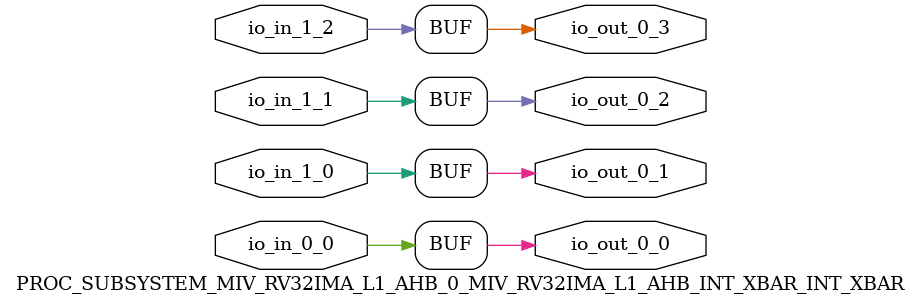
<source format=v>
`define RANDOMIZE
`timescale 1ns/10ps
module PROC_SUBSYSTEM_MIV_RV32IMA_L1_AHB_0_MIV_RV32IMA_L1_AHB_INT_XBAR_INT_XBAR(
  input   io_in_1_0,
  input   io_in_1_1,
  input   io_in_1_2,
  input   io_in_0_0,
  output  io_out_0_0,
  output  io_out_0_1,
  output  io_out_0_2,
  output  io_out_0_3
);
  assign io_out_0_0 = io_in_0_0;
  assign io_out_0_1 = io_in_1_0;
  assign io_out_0_2 = io_in_1_1;
  assign io_out_0_3 = io_in_1_2;
endmodule

</source>
